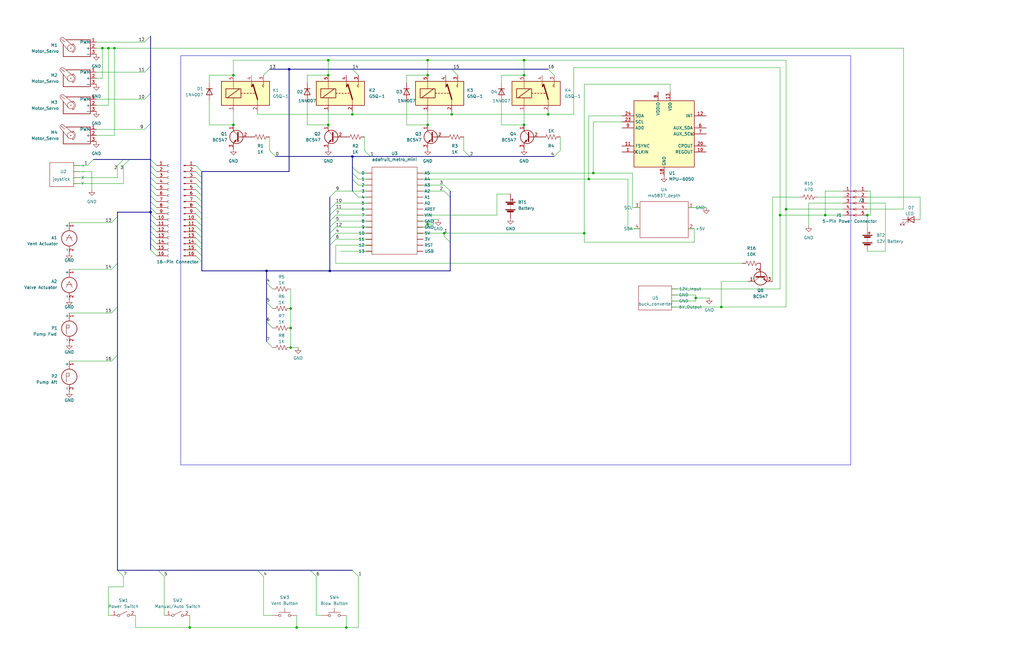
<source format=kicad_sch>
(kicad_sch (version 20230121) (generator eeschema)
  (paper "B")
  (title_block (title "Umptysquatch X Electronics") (date "12/15/2022") (rev "1") (company "Sussex Tech Engineering"))
  (lib_symbols
    (symbol "Connector:Conn_01x05_Female" (pin_names (offset 1.016) hide)
      (property "Reference" "J" (at 0 7.62 0))
      (property "Value" "Conn_01x05_Female" (at 0 -7.62 0))
      (symbol "Conn_01x05_Female_1_1"
        (pin passive line (at -5.08 5.08 0) (length 3.81) (name "Pin_1") (number "1"))
        (pin passive line (at -5.08 2.54 0) (length 3.81) (name "Pin_2") (number "2"))
        (pin passive line (at -5.08 0 0) (length 3.81) (name "Pin_3") (number "3"))
        (pin passive line (at -5.08 -2.54 0) (length 3.81) (name "Pin_4") (number "4"))
        (pin passive line (at -5.08 -5.08 0) (length 3.81) (name "Pin_5") (number "5"))
      )
    )
    (symbol "Connector:Conn_01x05_Male" (pin_names (offset 1.016) hide)
      (property "Reference" "J" (at 0 7.62 0))
      (property "Value" "Conn_01x05_Male" (at 0 -7.62 0))
      (symbol "Conn_01x05_Male_1_1"
        (pin passive line (at 5.08 5.08 180) (length 3.81) (name "Pin_1") (number "1"))
        (pin passive line (at 5.08 2.54 180) (length 3.81) (name "Pin_2") (number "2"))
        (pin passive line (at 5.08 0 180) (length 3.81) (name "Pin_3") (number "3"))
        (pin passive line (at 5.08 -2.54 180) (length 3.81) (name "Pin_4") (number "4"))
        (pin passive line (at 5.08 -5.08 180) (length 3.81) (name "Pin_5") (number "5"))
      )
    )
    (symbol "Connector:Conn_01x16_Female" (pin_names (offset 1.016) hide)
      (property "Reference" "J" (at 0 20.32 0))
      (property "Value" "Conn_01x16_Female" (at 0 -22.86 0))
      (symbol "Conn_01x16_Female_1_1"
        (pin passive line (at -5.08 17.78 0) (length 3.81) (name "Pin_1") (number "1"))
        (pin passive line (at -5.08 -5.08 0) (length 3.81) (name "Pin_10") (number "10"))
        (pin passive line (at -5.08 -7.62 0) (length 3.81) (name "Pin_11") (number "11"))
        (pin passive line (at -5.08 -10.16 0) (length 3.81) (name "Pin_12") (number "12"))
        (pin passive line (at -5.08 -12.7 0) (length 3.81) (name "Pin_13") (number "13"))
        (pin passive line (at -5.08 -15.24 0) (length 3.81) (name "Pin_14") (number "14"))
        (pin passive line (at -5.08 -17.78 0) (length 3.81) (name "Pin_15") (number "15"))
        (pin passive line (at -5.08 -20.32 0) (length 3.81) (name "Pin_16") (number "16"))
        (pin passive line (at -5.08 15.24 0) (length 3.81) (name "Pin_2") (number "2"))
        (pin passive line (at -5.08 12.7 0) (length 3.81) (name "Pin_3") (number "3"))
        (pin passive line (at -5.08 10.16 0) (length 3.81) (name "Pin_4") (number "4"))
        (pin passive line (at -5.08 7.62 0) (length 3.81) (name "Pin_5") (number "5"))
        (pin passive line (at -5.08 5.08 0) (length 3.81) (name "Pin_6") (number "6"))
        (pin passive line (at -5.08 2.54 0) (length 3.81) (name "Pin_7") (number "7"))
        (pin passive line (at -5.08 0 0) (length 3.81) (name "Pin_8") (number "8"))
        (pin passive line (at -5.08 -2.54 0) (length 3.81) (name "Pin_9") (number "9"))
      )
    )
    (symbol "Connector:Conn_01x16_Male" (pin_names (offset 1.016) hide)
      (property "Reference" "J" (at 0 20.32 0))
      (property "Value" "Conn_01x16_Male" (at 0 -22.86 0))
      (symbol "Conn_01x16_Male_1_1"
        (pin passive line (at 5.08 17.78 180) (length 3.81) (name "Pin_1") (number "1"))
        (pin passive line (at 5.08 -5.08 180) (length 3.81) (name "Pin_10") (number "10"))
        (pin passive line (at 5.08 -7.62 180) (length 3.81) (name "Pin_11") (number "11"))
        (pin passive line (at 5.08 -10.16 180) (length 3.81) (name "Pin_12") (number "12"))
        (pin passive line (at 5.08 -12.7 180) (length 3.81) (name "Pin_13") (number "13"))
        (pin passive line (at 5.08 -15.24 180) (length 3.81) (name "Pin_14") (number "14"))
        (pin passive line (at 5.08 -17.78 180) (length 3.81) (name "Pin_15") (number "15"))
        (pin passive line (at 5.08 -20.32 180) (length 3.81) (name "Pin_16") (number "16"))
        (pin passive line (at 5.08 15.24 180) (length 3.81) (name "Pin_2") (number "2"))
        (pin passive line (at 5.08 12.7 180) (length 3.81) (name "Pin_3") (number "3"))
        (pin passive line (at 5.08 10.16 180) (length 3.81) (name "Pin_4") (number "4"))
        (pin passive line (at 5.08 7.62 180) (length 3.81) (name "Pin_5") (number "5"))
        (pin passive line (at 5.08 5.08 180) (length 3.81) (name "Pin_6") (number "6"))
        (pin passive line (at 5.08 2.54 180) (length 3.81) (name "Pin_7") (number "7"))
        (pin passive line (at 5.08 0 180) (length 3.81) (name "Pin_8") (number "8"))
        (pin passive line (at 5.08 -2.54 180) (length 3.81) (name "Pin_9") (number "9"))
      )
    )
    (symbol "Device:Battery" (pin_numbers hide) (pin_names (offset 0) hide)
      (property "Reference" "BT" (at 2.54 2.54 0))
      (property "Value" "Battery" (at 2.54 0 0))
      (symbol "Battery_1_1"
        (pin passive line (at 0 5.08 270) (length 2.54) (name "+") (number "1"))
        (pin passive line (at 0 -5.08 90) (length 2.54) (name "-") (number "2"))
      )
    )
    (symbol "Device:D" (pin_numbers hide) (pin_names (offset 1.016) hide)
      (property "Reference" "D" (at 0 2.54 0))
      (property "Value" "D" (at 0 -2.54 0))
      (symbol "D_1_1"
        (pin passive line (at -3.81 0 0) (length 2.54) (name "K") (number "1"))
        (pin passive line (at 3.81 0 180) (length 2.54) (name "A") (number "2"))
      )
    )
    (symbol "Device:LED" (pin_numbers hide) (pin_names (offset 1.016) hide)
      (property "Reference" "D" (at 0 2.54 0))
      (property "Value" "LED" (at 0 -2.54 0))
      (symbol "LED_1_1"
        (pin passive line (at -3.81 0 0) (length 2.54) (name "K") (number "1"))
        (pin passive line (at 3.81 0 180) (length 2.54) (name "A") (number "2"))
      )
    )
    (symbol "Device:R_US" (pin_numbers hide) (pin_names (offset 0))
      (property "Reference" "R" (at 2.54 0 90))
      (property "Value" "R_US" (at -2.54 0 90))
      (symbol "R_US_1_1"
        (pin passive line (at 0 3.81 270) (length 1.27) (name "~") (number "1"))
        (pin passive line (at 0 -3.81 90) (length 1.27) (name "~") (number "2"))
      )
    )
    (symbol "Motor:Motor_DC" (pin_names (offset 0))
      (property "Reference" "A2" (at 5.08 -1.2699 0))
      (property "Value" "Pump Aft" (at 5.08 -3.8099 0))
      (symbol "Motor_DC_1_1"
        (pin passive line (at 0 5.08 270) (length 2.54) (name "+") (number "1"))
        (pin passive line (at 0 -7.62 90) (length 2.54) (name "-") (number "2"))
      )
    )
    (symbol "Motor:Motor_Servo" (pin_names (offset 0.0254))
      (property "Reference" "M" (at -5.08 4.445 0))
      (property "Value" "Motor_Servo" (at -5.08 -4.064 0))
      (symbol "Motor_Servo_1_1"
        (pin passive line (at -7.62 2.54 0) (length 2.54) (name "PWM") (number "1"))
        (pin passive line (at -7.62 0 0) (length 2.54) (name "+") (number "2"))
        (pin passive line (at -7.62 -2.54 0) (length 2.54) (name "-") (number "3"))
      )
    )
    (symbol "Motor_DC_1" (pin_names (offset 0))
      (property "Reference" "A1" (at 5.08 -1.2699 0))
      (property "Value" "Motor_DC_1" (at 5.08 -3.8099 0))
      (symbol "Motor_DC_1_1_1"
        (pin passive line (at 0 5.08 270) (length 2.54) (name "+") (number "1"))
        (pin passive line (at 0 -7.62 90) (length 2.54) (name "-") (number "2"))
      )
    )
    (symbol "Motor_DC_2" (pin_names (offset 0))
      (property "Reference" "M?" (at 5.08 -1.2699 0))
      (property "Value" "Motor_DC" (at 5.08 -3.8099 0))
      (symbol "Motor_DC_2_1_1"
        (pin passive line (at 0 5.08 270) (length 2.54) (name "+") (number "1"))
        (pin passive line (at 0 -7.62 90) (length 2.54) (name "-") (number "2"))
      )
    )
    (symbol "Motor_DC_3" (pin_names (offset 0))
      (property "Reference" "M?" (at 5.08 -1.2699 0))
      (property "Value" "Motor_DC" (at 5.08 -3.8099 0))
      (symbol "Motor_DC_3_1_1"
        (pin passive line (at 0 5.08 270) (length 2.54) (name "+") (number "1"))
        (pin passive line (at 0 -7.62 90) (length 2.54) (name "-") (number "2"))
      )
    )
    (symbol "Relay:G5Q-1"
      (property "Reference" "K" (at 11.43 3.81 0))
      (property "Value" "G5Q-1" (at 11.43 1.27 0))
      (symbol "G5Q-1_1_1"
        (pin passive line (at -5.08 -7.62 90) (length 2.54) (name "~") (number "1"))
        (pin passive line (at 5.08 -7.62 90) (length 2.54) (name "~") (number "2"))
        (pin passive line (at 7.62 7.62 270) (length 2.54) (name "~") (number "3"))
        (pin passive line (at 2.54 7.62 270) (length 2.54) (name "~") (number "4"))
        (pin passive line (at -5.08 7.62 270) (length 2.54) (name "~") (number "5"))
      )
    )
    (symbol "Sensor_Motion:MPU-6050"
      (property "Reference" "U" (at -11.43 13.97 0))
      (property "Value" "MPU-6050" (at 7.62 -15.24 0))
      (symbol "MPU-6050_0_0"
        (text "" (at 12.7 -2.54 0) (effects (font (size 1.27 1.27))))
      )
      (symbol "MPU-6050_1_1"
        (pin input clock (at -17.78 -7.62 0) (length 5.08) (name "CLKIN") (number "1"))
        (pin passive line (at 17.78 -7.62 180) (length 5.08) (name "REGOUT") (number "10"))
        (pin input line (at -17.78 -5.08 0) (length 5.08) (name "FSYNC") (number "11"))
        (pin output line (at 17.78 7.62 180) (length 5.08) (name "INT") (number "12"))
        (pin power_in line (at 2.54 17.78 270) (length 3.81) (name "VDD") (number "13"))
        (pin no_connect line (at -12.7 -10.16 0) (length 2.54) hide (name "NC") (number "14"))
        (pin no_connect line (at 12.7 12.7 180) (length 2.54) hide (name "NC") (number "15"))
        (pin no_connect line (at 12.7 10.16 180) (length 2.54) hide (name "NC") (number "16"))
        (pin no_connect line (at 12.7 5.08 180) (length 2.54) hide (name "NC") (number "17"))
        (pin power_in line (at 0 -17.78 90) (length 3.81) (name "GND") (number "18"))
        (pin no_connect line (at 12.7 -10.16 180) (length 2.54) hide (name "NC") (number "19"))
        (pin no_connect line (at -12.7 12.7 0) (length 2.54) hide (name "NC") (number "2"))
        (pin passive line (at 17.78 -5.08 180) (length 5.08) (name "CPOUT") (number "20"))
        (pin no_connect line (at 12.7 -2.54 180) (length 2.54) hide (name "NC") (number "21"))
        (pin no_connect line (at 12.7 -12.7 180) (length 2.54) hide (name "NC") (number "22"))
        (pin input line (at -17.78 5.08 0) (length 5.08) (name "SCL") (number "23"))
        (pin bidirectional line (at -17.78 7.62 0) (length 5.08) (name "SDA") (number "24"))
        (pin no_connect line (at -12.7 10.16 0) (length 2.54) hide (name "NC") (number "3"))
        (pin no_connect line (at -12.7 0 0) (length 2.54) hide (name "NC") (number "4"))
        (pin no_connect line (at -12.7 -2.54 0) (length 2.54) hide (name "NC") (number "5"))
        (pin bidirectional line (at 17.78 2.54 180) (length 5.08) (name "AUX_SDA") (number "6"))
        (pin output clock (at 17.78 0 180) (length 5.08) (name "AUX_SCL") (number "7"))
        (pin power_in line (at -2.54 17.78 270) (length 3.81) (name "VDDIO") (number "8"))
        (pin input line (at -17.78 2.54 0) (length 5.08) (name "AD0") (number "9"))
      )
    )
    (symbol "Switch:SW_Push" (pin_numbers hide) (pin_names (offset 1.016) hide)
      (property "Reference" "SW" (at 1.27 2.54 0))
      (property "Value" "SW_Push" (at 0 -1.524 0))
      (symbol "SW_Push_0_1"
        (pin passive line (at -5.08 0 0) (length 2.54) (name "1") (number "1"))
        (pin passive line (at 5.08 0 180) (length 2.54) (name "2") (number "2"))
      )
    )
    (symbol "Switch:SW_SPST" (pin_names (offset 0) hide)
      (property "Reference" "SW" (at 0 3.175 0))
      (property "Value" "SW_SPST" (at 0 -2.54 0))
      (symbol "SW_SPST_1_1"
        (pin passive line (at -5.08 0 0) (length 2.54) (name "A") (number "1"))
        (pin passive line (at 5.08 0 180) (length 2.54) (name "B") (number "2"))
      )
    )
    (symbol "Transistor_BJT:BC547" (pin_names (offset 0) hide)
      (property "Reference" "Q" (at 5.08 1.905 0))
      (property "Value" "BC547" (at 5.08 0 0))
      (symbol "BC547_1_1"
        (pin passive line (at 2.54 5.08 270) (length 2.54) (name "C") (number "1"))
        (pin input line (at -5.08 0 0) (length 5.08) (name "B") (number "2"))
        (pin passive line (at 2.54 -5.08 90) (length 2.54) (name "E") (number "3"))
      )
    )
    (symbol "custom_parts:adafruit_metro_mini" (pin_numbers hide)
      (property "Reference" "U" (at 0 0 0))
      (property "Value" "adafruit_metro_mini" (at -2.54 -25.4 0))
      (symbol "adafruit_metro_mini_1_1"
        (pin bidirectional line (at -12.7 12.7 180) (length 2.54) (name "0") (number "1"))
        (pin bidirectional line (at -12.7 -10.16 180) (length 2.54) (name "9") (number "10"))
        (pin bidirectional line (at -12.7 -12.7 180) (length 2.54) (name "10") (number "11"))
        (pin bidirectional line (at -12.7 -15.24 180) (length 2.54) (name "11") (number "12"))
        (pin bidirectional line (at -12.7 -17.78 180) (length 2.54) (name "12") (number "13"))
        (pin bidirectional line (at -12.7 -20.32 180) (length 2.54) (name "13") (number "14"))
        (pin bidirectional line (at 6.35 -20.32 0) (length 2.54) (name "USB") (number "15"))
        (pin bidirectional line (at 6.35 -17.78 0) (length 2.54) (name "RST") (number "16"))
        (pin output line (at 6.35 -15.24 0) (length 2.54) (name "3V") (number "17"))
        (pin output line (at 6.35 -12.7 0) (length 2.54) (name "5V") (number "18"))
        (pin bidirectional line (at 6.35 -10.16 0) (length 2.54) (name "GND") (number "19"))
        (pin bidirectional line (at -12.7 10.16 180) (length 2.54) (name "1") (number "2"))
        (pin bidirectional line (at 6.35 -7.62 0) (length 2.54) (name "GND") (number "20"))
        (pin bidirectional line (at 6.35 -5.08 0) (length 2.54) (name "VIN") (number "21"))
        (pin output line (at 6.35 -2.54 0) (length 2.54) (name "AREF") (number "22"))
        (pin bidirectional line (at 6.35 0 0) (length 2.54) (name "A0") (number "23"))
        (pin bidirectional line (at 6.35 2.54 0) (length 2.54) (name "A1") (number "24"))
        (pin bidirectional line (at 6.35 5.08 0) (length 2.54) (name "A2") (number "25"))
        (pin bidirectional line (at 6.35 7.62 0) (length 2.54) (name "A3") (number "26"))
        (pin bidirectional line (at 6.35 10.16 0) (length 2.54) (name "A4") (number "27"))
        (pin bidirectional line (at 6.35 12.7 0) (length 2.54) (name "A5") (number "28"))
        (pin bidirectional line (at -12.7 7.62 180) (length 2.54) (name "2") (number "3"))
        (pin bidirectional line (at -12.7 5.08 180) (length 2.54) (name "3") (number "4"))
        (pin bidirectional line (at -12.7 2.54 180) (length 2.54) (name "4") (number "5"))
        (pin bidirectional line (at -12.7 0 180) (length 2.54) (name "5") (number "6"))
        (pin bidirectional line (at -12.7 -2.54 180) (length 2.54) (name "6") (number "7"))
        (pin bidirectional line (at -12.7 -5.08 180) (length 2.54) (name "7") (number "8"))
        (pin bidirectional line (at -12.7 -7.62 180) (length 2.54) (name "8") (number "9"))
      )
    )
    (symbol "custom_parts:buck_converter"
      (property "Reference" "U" (at 0 0 0))
      (property "Value" "buck_converter" (at 0 0 0))
      (symbol "buck_converter_1_1"
        (pin input line (at -6.35 3.81 180) (length 2.54) (name "12V_Input") (number ""))
        (pin output line (at -6.35 -3.81 180) (length 2.54) (name "6V_Output") (number ""))
        (pin bidirectional line (at -6.35 -1.27 180) (length 2.54) (name "GND") (number ""))
        (pin bidirectional line (at -6.35 1.27 180) (length 2.54) (name "GND") (number ""))
      )
    )
    (symbol "custom_parts:joystick"
      (property "Reference" "U" (at 0 0 0))
      (property "Value" "joystick" (at 0 -1.27 0))
      (symbol "joystick_1_1"
        (pin input line (at 5.08 2.54 0) (length 2.54) (name "+") (number ""))
        (pin input line (at 5.08 0 0) (length 2.54) (name "-") (number ""))
        (pin input line (at 5.08 -2.54 0) (length 2.54) (name "X") (number ""))
        (pin input line (at 5.08 -5.08 0) (length 2.54) (name "Y") (number ""))
      )
    )
    (symbol "custom_parts:ms5837_depth"
      (property "Reference" "U" (at 0 2.54 0))
      (property "Value" "ms5837_depth" (at 0 0 0))
      (symbol "ms5837_depth_1_1"
        (pin input line (at -8.89 5.08 180) (length 2.54) (name "GND") (number "1"))
        (pin input line (at -8.89 -3.81 180) (length 2.54) (name "+5V") (number "2"))
        (pin input line (at 11.43 5.08 0) (length 2.54) (name "SCL") (number "3"))
        (pin input line (at 11.43 -3.81 0) (length 2.54) (name "SDA") (number "4"))
      )
    )
    (symbol "power:GND" (power) (pin_names (offset 0))
      (property "Value" "GND" (at 0 -3.81 0))
      (symbol "GND_1_1"
        (pin power_in line (at 0 0 270) (length 0) hide (name "GND") (number "1"))
      )
    )
  )
  (junction (at 138.43 25.4))
  (junction (at 331.47 88.265))
  (junction (at 112.395 114.3))
  (junction (at 231.14 48.26))
  (junction (at 220.98 52.705))
  (junction (at 122.555 138.43))
  (junction (at 148.59 66.04))
  (junction (at 98.425 31.75))
  (junction (at 125.095 264.795))
  (junction (at 220.98 25.4))
  (junction (at 146.05 264.795))
  (junction (at 80.01 264.795))
  (junction (at 347.98 90.805))
  (junction (at 139.065 114.3))
  (junction (at 63.5 89.535))
  (junction (at 138.43 31.75))
  (junction (at 45.72 20.32))
  (junction (at 220.98 31.75))
  (junction (at 180.34 94.615))
  (junction (at 48.26 20.32))
  (junction (at 304.165 129.54))
  (junction (at 180.34 52.705))
  (junction (at 43.18 20.32))
  (junction (at 121.92 29.21))
  (junction (at 248.285 75.565))
  (junction (at 180.34 25.4))
  (junction (at 190.5 48.26))
  (junction (at 122.555 130.175))
  (junction (at 148.59 48.26))
  (junction (at 98.425 52.705))
  (junction (at 246.38 98.425))
  (junction (at 187.325 98.425))
  (junction (at 365.76 90.805))
  (junction (at 122.555 146.685))
  (junction (at 138.43 52.705))
  (junction (at 328.93 90.805))
  (junction (at 293.37 125.73))
  (junction (at 180.34 31.75))
  (junction (at 250.19 73.025))
  (bus_entry (at 148.59 240.665) (size 2.54 2.54))
  (bus_entry (at 82.55 69.85) (size 2.54 2.54))
  (bus_entry (at 195.58 63.5) (size 2.54 2.54))
  (bus_entry (at 82.55 100.33) (size 2.54 2.54))
  (bus_entry (at 236.22 63.5) (size -2.54 2.54))
  (bus_entry (at 139.065 100.965) (size 2.54 -2.54))
  (bus_entry (at 113.665 29.21) (size -2.54 2.54))
  (bus_entry (at 63.5 100.33) (size 2.54 2.54))
  (bus_entry (at 82.55 95.25) (size 2.54 2.54))
  (bus_entry (at 82.55 92.71) (size 2.54 2.54))
  (bus_entry (at 82.55 97.79) (size 2.54 2.54))
  (bus_entry (at 49.53 129.54) (size -2.54 2.54))
  (bus_entry (at 63.5 85.09) (size 2.54 2.54))
  (bus_entry (at 63.5 105.41) (size 2.54 2.54))
  (bus_entry (at 82.55 105.41) (size 2.54 2.54))
  (bus_entry (at 63.5 67.31) (size 2.54 2.54))
  (bus_entry (at 63.5 80.01) (size 2.54 2.54))
  (bus_entry (at 82.55 80.01) (size 2.54 2.54))
  (bus_entry (at 63.5 72.39) (size 2.54 2.54))
  (bus_entry (at 63.5 74.93) (size 2.54 2.54))
  (bus_entry (at 139.065 93.345) (size 2.54 -2.54))
  (bus_entry (at 139.065 88.265) (size 2.54 -2.54))
  (bus_entry (at 130.81 240.665) (size 2.54 2.54))
  (bus_entry (at 49.53 91.44) (size -2.54 2.54))
  (bus_entry (at 63.5 27.94) (size -2.54 2.54))
  (bus_entry (at 112.395 127.635) (size 2.54 2.54))
  (bus_entry (at 63.5 77.47) (size 2.54 2.54))
  (bus_entry (at 63.5 95.25) (size 2.54 2.54))
  (bus_entry (at 82.55 82.55) (size 2.54 2.54))
  (bus_entry (at 148.59 29.21) (size 2.54 2.54))
  (bus_entry (at 52.07 67.31) (size -2.54 2.54))
  (bus_entry (at 82.55 102.87) (size 2.54 2.54))
  (bus_entry (at 82.55 85.09) (size 2.54 2.54))
  (bus_entry (at 139.065 98.425) (size 2.54 -2.54))
  (bus_entry (at 187.325 80.645) (size 2.54 2.54))
  (bus_entry (at 63.5 92.71) (size 2.54 2.54))
  (bus_entry (at 148.59 75.565) (size 2.54 2.54))
  (bus_entry (at 108.585 240.665) (size 2.54 2.54))
  (bus_entry (at 112.395 144.145) (size 2.54 2.54))
  (bus_entry (at 82.55 72.39) (size 2.54 2.54))
  (bus_entry (at 153.67 63.5) (size 2.54 2.54))
  (bus_entry (at 187.325 78.105) (size 2.54 2.54))
  (bus_entry (at 49.53 240.665) (size 2.54 2.54))
  (bus_entry (at 187.325 99.695) (size 2.54 2.54))
  (bus_entry (at 63.5 39.37) (size -2.54 2.54))
  (bus_entry (at 82.55 107.95) (size 2.54 2.54))
  (bus_entry (at 112.395 119.38) (size 2.54 2.54))
  (bus_entry (at 113.665 63.5) (size 2.54 2.54))
  (bus_entry (at 63.5 97.79) (size 2.54 2.54))
  (bus_entry (at 39.37 67.31) (size -2.54 2.54))
  (bus_entry (at 139.065 95.885) (size 2.54 -2.54))
  (bus_entry (at 63.5 90.17) (size 2.54 2.54))
  (bus_entry (at 82.55 90.17) (size 2.54 2.54))
  (bus_entry (at 49.53 149.86) (size -2.54 2.54))
  (bus_entry (at 112.395 135.89) (size 2.54 2.54))
  (bus_entry (at 63.5 102.87) (size 2.54 2.54))
  (bus_entry (at 82.55 87.63) (size 2.54 2.54))
  (bus_entry (at 82.55 77.47) (size 2.54 2.54))
  (bus_entry (at 63.5 87.63) (size 2.54 2.54))
  (bus_entry (at 139.065 90.805) (size 2.54 -2.54))
  (bus_entry (at 66.675 240.665) (size 2.54 2.54))
  (bus_entry (at 63.5 15.24) (size -2.54 2.54))
  (bus_entry (at 63.5 52.07) (size -2.54 2.54))
  (bus_entry (at 63.5 69.85) (size 2.54 2.54))
  (bus_entry (at 82.55 74.93) (size 2.54 2.54))
  (bus_entry (at 148.59 73.025) (size 2.54 2.54))
  (bus_entry (at 231.14 29.21) (size 2.54 2.54))
  (bus_entry (at 63.5 82.55) (size 2.54 2.54))
  (bus_entry (at 139.065 83.185) (size 2.54 -2.54))
  (bus_entry (at 139.065 103.505) (size 2.54 -2.54))
  (bus_entry (at 54.61 67.31) (size -2.54 2.54))
  (bus_entry (at 49.53 111.125) (size -2.54 2.54))
  (bus_entry (at 148.59 70.485) (size 2.54 2.54))
  (bus_entry (at 148.59 80.645) (size 2.54 2.54))
  (bus_entry (at 190.5 29.21) (size 2.54 2.54))
  (bus (pts (xy 148.59 70.485) (xy 148.59 73.025)))
  (wire (pts (xy 355.6 85.725) (xy 340.995 85.725)))
  (wire (pts (xy 122.555 146.685) (xy 125.73 146.685)))
  (wire (pts (xy 373.38 106.045) (xy 373.38 85.725)))
  (wire (pts (xy 220.98 31.75) (xy 211.455 31.75)))
  (wire (pts (xy 156.845 106.045) (xy 143.51 106.045)))
  (wire (pts (xy 290.195 87.63) (xy 297.815 87.63)))
  (bus (pts (xy 63.5 92.71) (xy 63.5 90.17)))
  (bus (pts (xy 63.5 52.07) (xy 63.5 67.31)))
  (wire (pts (xy 175.895 78.105) (xy 187.325 78.105)))
  (wire (pts (xy 40.64 20.32) (xy 43.18 20.32)))
  (wire (pts (xy 146.05 264.795) (xy 146.05 259.715)))
  (wire (pts (xy 248.285 75.565) (xy 248.285 48.895)))
  (wire (pts (xy 52.07 69.85) (xy 52.07 77.47)))
  (bus (pts (xy 139.065 114.3) (xy 189.865 114.3)))
  (wire (pts (xy 355.6 80.645) (xy 347.98 80.645)))
  (bus (pts (xy 63.5 90.17) (xy 63.5 89.535)))
  (bus (pts (xy 85.09 105.41) (xy 85.09 107.95)))
  (wire (pts (xy 175.895 80.645) (xy 187.325 80.645)))
  (wire (pts (xy 129.54 31.75) (xy 129.54 34.925)))
  (bus (pts (xy 85.09 107.95) (xy 85.09 110.49)))
  (bus (pts (xy 139.065 103.505) (xy 139.065 114.3)))
  (bus (pts (xy 63.5 85.09) (xy 63.5 82.55)))
  (wire (pts (xy 190.5 48.26) (xy 190.5 46.99)))
  (wire (pts (xy 175.895 75.565) (xy 248.285 75.565)))
  (wire (pts (xy 220.98 25.4) (xy 220.98 31.75)))
  (wire (pts (xy 266.7 87.63) (xy 269.875 87.63)))
  (wire (pts (xy 98.425 31.75) (xy 88.265 31.75)))
  (wire (pts (xy 347.98 80.645) (xy 347.98 90.805)))
  (wire (pts (xy 40.64 41.91) (xy 60.96 41.91)))
  (wire (pts (xy 175.895 73.025) (xy 250.19 73.025)))
  (bus (pts (xy 66.675 240.665) (xy 108.585 240.665)))
  (bus (pts (xy 148.59 73.025) (xy 148.59 75.565)))
  (bus (pts (xy 85.09 110.49) (xy 85.09 114.3)))
  (wire (pts (xy 180.34 94.615) (xy 182.88 94.615)))
  (wire (pts (xy 209.55 81.915) (xy 215.265 81.915)))
  (bus (pts (xy 85.09 72.39) (xy 85.09 74.93)))
  (wire (pts (xy 315.595 118.745) (xy 304.165 118.745)))
  (bus (pts (xy 85.09 82.55) (xy 85.09 85.09)))
  (wire (pts (xy 133.35 259.715) (xy 135.89 259.715)))
  (bus (pts (xy 85.09 87.63) (xy 85.09 90.17)))
  (wire (pts (xy 209.55 90.805) (xy 209.55 81.915)))
  (bus (pts (xy 63.5 89.535) (xy 49.53 89.535)))
  (wire (pts (xy 141.605 95.885) (xy 156.845 95.885)))
  (bus (pts (xy 189.865 102.235) (xy 189.865 114.3)))
  (bus (pts (xy 39.37 67.31) (xy 52.07 67.31)))
  (wire (pts (xy 88.265 42.545) (xy 88.265 52.705)))
  (bus (pts (xy 85.09 90.17) (xy 85.09 92.71)))
  (bus (pts (xy 63.5 39.37) (xy 63.5 52.07)))
  (wire (pts (xy 40.64 33.02) (xy 43.18 33.02)))
  (bus (pts (xy 49.53 89.535) (xy 49.53 91.44)))
  (bus (pts (xy 85.09 74.93) (xy 85.09 77.47)))
  (bus (pts (xy 85.09 80.01) (xy 85.09 82.55)))
  (bus (pts (xy 49.53 240.665) (xy 66.675 240.665)))
  (bus (pts (xy 49.53 129.54) (xy 49.53 149.86)))
  (wire (pts (xy 88.265 31.75) (xy 88.265 34.925)))
  (wire (pts (xy 282.575 35.56) (xy 282.575 38.735)))
  (wire (pts (xy 122.555 130.175) (xy 122.555 138.43)))
  (wire (pts (xy 69.215 259.715) (xy 69.85 259.715)))
  (wire (pts (xy 355.6 90.805) (xy 347.98 90.805)))
  (bus (pts (xy 139.065 93.345) (xy 139.065 95.885)))
  (wire (pts (xy 48.26 57.15) (xy 48.26 20.32)))
  (wire (pts (xy 98.425 52.705) (xy 98.425 46.99)))
  (wire (pts (xy 148.59 48.26) (xy 148.59 46.99)))
  (wire (pts (xy 141.605 80.645) (xy 148.59 80.645)))
  (wire (pts (xy 187.325 98.425) (xy 187.325 99.695)))
  (wire (pts (xy 111.125 243.205) (xy 111.125 259.715)))
  (polyline (pts (xy 358.775 23.495) (xy 76.2 23.495)))
  (bus (pts (xy 85.09 92.71) (xy 85.09 95.25)))
  (wire (pts (xy 180.34 52.705) (xy 180.34 46.99)))
  (wire (pts (xy 57.15 264.795) (xy 80.01 264.795)))
  (wire (pts (xy 141.605 103.505) (xy 141.605 111.125)))
  (bus (pts (xy 108.585 240.665) (xy 130.81 240.665)))
  (wire (pts (xy 129.54 42.545) (xy 129.54 52.705)))
  (wire (pts (xy 236.22 57.785) (xy 236.22 63.5)))
  (wire (pts (xy 195.58 57.785) (xy 195.58 63.5)))
  (wire (pts (xy 43.18 20.32) (xy 45.72 20.32)))
  (bus (pts (xy 139.065 90.805) (xy 139.065 93.345)))
  (wire (pts (xy 220.98 52.705) (xy 220.98 46.99)))
  (bus (pts (xy 63.5 67.31) (xy 63.5 69.85)))
  (wire (pts (xy 31.115 72.39) (xy 38.735 72.39)))
  (wire (pts (xy 325.755 118.745) (xy 325.755 83.185)))
  (wire (pts (xy 180.34 95.885) (xy 175.895 95.885)))
  (wire (pts (xy 231.14 48.26) (xy 241.935 48.26)))
  (bus (pts (xy 112.395 127.635) (xy 112.395 135.89)))
  (wire (pts (xy 211.455 42.545) (xy 211.455 52.705)))
  (wire (pts (xy 148.59 80.645) (xy 156.845 80.645)))
  (wire (pts (xy 52.07 247.65) (xy 45.72 247.65)))
  (wire (pts (xy 29.21 132.08) (xy 46.99 132.08)))
  (wire (pts (xy 365.76 88.265) (xy 381 88.265)))
  (wire (pts (xy 365.76 90.805) (xy 367.03 90.805)))
  (wire (pts (xy 246.38 35.56) (xy 282.575 35.56)))
  (bus (pts (xy 148.59 66.04) (xy 156.21 66.04)))
  (wire (pts (xy 231.14 48.26) (xy 231.14 46.99)))
  (wire (pts (xy 328.93 90.805) (xy 328.93 121.92)))
  (wire (pts (xy 141.605 88.265) (xy 156.845 88.265)))
  (wire (pts (xy 111.125 259.715) (xy 114.935 259.715)))
  (wire (pts (xy 292.735 96.52) (xy 292.735 102.235)))
  (wire (pts (xy 40.64 54.61) (xy 60.96 54.61)))
  (wire (pts (xy 187.325 98.425) (xy 246.38 98.425)))
  (bus (pts (xy 52.07 67.31) (xy 54.61 67.31)))
  (wire (pts (xy 40.64 17.78) (xy 60.96 17.78)))
  (wire (pts (xy 266.7 73.025) (xy 266.7 87.63)))
  (wire (pts (xy 246.38 102.235) (xy 246.38 98.425)))
  (wire (pts (xy 290.195 96.52) (xy 292.735 96.52)))
  (wire (pts (xy 211.455 52.705) (xy 220.98 52.705)))
  (wire (pts (xy 57.15 264.795) (xy 57.15 259.715)))
  (wire (pts (xy 141.605 103.505) (xy 156.845 103.505)))
  (wire (pts (xy 151.13 73.025) (xy 156.845 73.025)))
  (wire (pts (xy 283.21 121.92) (xy 328.93 121.92)))
  (wire (pts (xy 29.21 113.665) (xy 46.99 113.665)))
  (bus (pts (xy 63.5 77.47) (xy 63.5 74.93)))
  (wire (pts (xy 250.19 51.435) (xy 262.255 51.435)))
  (wire (pts (xy 122.555 121.92) (xy 122.555 130.175)))
  (bus (pts (xy 49.53 149.86) (xy 49.53 240.665)))
  (wire (pts (xy 49.53 69.85) (xy 49.53 74.93)))
  (wire (pts (xy 211.455 31.75) (xy 211.455 34.925)))
  (wire (pts (xy 331.47 25.4) (xy 331.47 88.265)))
  (wire (pts (xy 40.64 30.48) (xy 60.96 30.48)))
  (wire (pts (xy 325.755 83.185) (xy 337.185 83.185)))
  (wire (pts (xy 182.88 92.71) (xy 184.785 92.71)))
  (wire (pts (xy 293.37 124.46) (xy 293.37 125.73)))
  (bus (pts (xy 85.09 77.47) (xy 85.09 80.01)))
  (wire (pts (xy 98.425 25.4) (xy 138.43 25.4)))
  (wire (pts (xy 153.67 57.785) (xy 153.67 63.5)))
  (wire (pts (xy 292.735 102.235) (xy 246.38 102.235)))
  (bus (pts (xy 139.065 95.885) (xy 139.065 98.425)))
  (wire (pts (xy 125.095 264.795) (xy 125.095 259.715)))
  (wire (pts (xy 250.19 73.025) (xy 266.7 73.025)))
  (wire (pts (xy 304.165 118.745) (xy 304.165 129.54)))
  (wire (pts (xy 220.98 25.4) (xy 331.47 25.4)))
  (wire (pts (xy 328.93 28.575) (xy 328.93 90.805)))
  (wire (pts (xy 146.05 264.795) (xy 151.13 264.795)))
  (wire (pts (xy 129.54 52.705) (xy 138.43 52.705)))
  (wire (pts (xy 40.64 57.15) (xy 48.26 57.15)))
  (bus (pts (xy 63.5 89.535) (xy 63.5 87.63)))
  (wire (pts (xy 367.03 90.805) (xy 367.03 80.645)))
  (wire (pts (xy 29.21 93.98) (xy 46.99 93.98)))
  (wire (pts (xy 98.425 31.75) (xy 98.425 25.4)))
  (wire (pts (xy 45.72 44.45) (xy 45.72 20.32)))
  (bus (pts (xy 156.21 66.04) (xy 198.12 66.04)))
  (wire (pts (xy 151.13 243.205) (xy 151.13 264.795)))
  (wire (pts (xy 248.285 48.895) (xy 262.255 48.895)))
  (wire (pts (xy 151.13 75.565) (xy 156.845 75.565)))
  (wire (pts (xy 180.34 25.4) (xy 220.98 25.4)))
  (bus (pts (xy 139.065 100.965) (xy 139.065 103.505)))
  (wire (pts (xy 171.45 52.705) (xy 180.34 52.705)))
  (wire (pts (xy 171.45 31.75) (xy 180.34 31.75)))
  (wire (pts (xy 80.01 264.795) (xy 80.01 259.715)))
  (wire (pts (xy 180.34 25.4) (xy 180.34 31.75)))
  (wire (pts (xy 141.605 93.345) (xy 156.845 93.345)))
  (wire (pts (xy 29.21 152.4) (xy 46.99 152.4)))
  (wire (pts (xy 45.72 20.32) (xy 48.26 20.32)))
  (wire (pts (xy 344.805 83.185) (xy 355.6 83.185)))
  (wire (pts (xy 387.985 83.185) (xy 387.985 92.71)))
  (wire (pts (xy 367.03 80.645) (xy 365.76 80.645)))
  (bus (pts (xy 148.59 75.565) (xy 148.59 80.645)))
  (wire (pts (xy 113.665 57.785) (xy 113.665 63.5)))
  (bus (pts (xy 63.5 74.93) (xy 63.5 72.39)))
  (wire (pts (xy 138.43 25.4) (xy 180.34 25.4)))
  (wire (pts (xy 171.45 42.545) (xy 171.45 52.705)))
  (wire (pts (xy 175.895 98.425) (xy 187.325 98.425)))
  (bus (pts (xy 85.09 102.87) (xy 85.09 105.41)))
  (wire (pts (xy 148.59 48.26) (xy 190.5 48.26)))
  (bus (pts (xy 116.205 66.04) (xy 148.59 66.04)))
  (wire (pts (xy 141.605 111.125) (xy 313.055 111.125)))
  (bus (pts (xy 139.065 98.425) (xy 139.065 100.965)))
  (wire (pts (xy 108.585 46.99) (xy 108.585 48.26)))
  (wire (pts (xy 373.38 85.725) (xy 365.76 85.725)))
  (bus (pts (xy 63.5 15.24) (xy 63.5 27.94)))
  (bus (pts (xy 112.395 119.38) (xy 112.395 127.635)))
  (wire (pts (xy 331.47 88.265) (xy 331.47 129.54)))
  (wire (pts (xy 171.45 34.925) (xy 171.45 31.75)))
  (wire (pts (xy 250.19 73.025) (xy 250.19 51.435)))
  (wire (pts (xy 45.72 259.715) (xy 46.99 259.715)))
  (wire (pts (xy 31.115 77.47) (xy 52.07 77.47)))
  (wire (pts (xy 48.26 20.32) (xy 381 20.32)))
  (wire (pts (xy 133.35 243.205) (xy 133.35 259.715)))
  (bus (pts (xy 63.5 72.39) (xy 63.5 69.85)))
  (bus (pts (xy 148.59 66.04) (xy 148.59 70.485)))
  (wire (pts (xy 125.095 264.795) (xy 146.05 264.795)))
  (wire (pts (xy 38.735 72.39) (xy 38.735 80.01)))
  (wire (pts (xy 293.37 127) (xy 283.21 127)))
  (bus (pts (xy 139.065 88.265) (xy 139.065 90.805)))
  (wire (pts (xy 138.43 52.705) (xy 138.43 46.99)))
  (wire (pts (xy 180.34 93.345) (xy 180.34 94.615)))
  (wire (pts (xy 138.43 25.4) (xy 138.43 31.75)))
  (wire (pts (xy 241.935 48.26) (xy 241.935 28.575)))
  (wire (pts (xy 69.215 243.205) (xy 69.215 259.715)))
  (bus (pts (xy 189.865 83.185) (xy 189.865 102.235)))
  (bus (pts (xy 189.865 80.645) (xy 189.865 83.185)))
  (bus (pts (xy 63.5 105.41) (xy 63.5 102.87)))
  (wire (pts (xy 141.605 90.805) (xy 156.845 90.805)))
  (wire (pts (xy 175.895 93.345) (xy 180.34 93.345)))
  (bus (pts (xy 54.61 67.31) (xy 63.5 67.31)))
  (wire (pts (xy 151.13 83.185) (xy 156.845 83.185)))
  (bus (pts (xy 85.09 95.25) (xy 85.09 97.79)))
  (wire (pts (xy 151.13 78.105) (xy 156.845 78.105)))
  (bus (pts (xy 63.5 102.87) (xy 63.5 100.33)))
  (bus (pts (xy 113.665 29.21) (xy 121.92 29.21)))
  (bus (pts (xy 112.395 135.89) (xy 112.395 144.145)))
  (wire (pts (xy 45.72 247.65) (xy 45.72 259.715)))
  (wire (pts (xy 175.895 90.805) (xy 209.55 90.805)))
  (wire (pts (xy 182.88 94.615) (xy 182.88 92.71)))
  (bus (pts (xy 85.09 85.09) (xy 85.09 87.63)))
  (polyline (pts (xy 358.775 196.215) (xy 358.775 23.495)))
  (bus (pts (xy 139.065 83.185) (xy 139.065 88.265)))
  (wire (pts (xy 299.085 125.73) (xy 293.37 125.73)))
  (polyline (pts (xy 76.2 23.495) (xy 76.2 196.215)))
  (wire (pts (xy 80.01 264.795) (xy 125.095 264.795)))
  (bus (pts (xy 63.5 100.33) (xy 63.5 97.79)))
  (wire (pts (xy 141.605 100.965) (xy 156.845 100.965)))
  (wire (pts (xy 31.115 69.85) (xy 36.83 69.85)))
  (bus (pts (xy 85.09 72.39) (xy 121.92 72.39)))
  (bus (pts (xy 190.5 29.21) (xy 231.14 29.21)))
  (wire (pts (xy 246.38 98.425) (xy 246.38 35.56)))
  (wire (pts (xy 365.76 90.805) (xy 365.76 95.885)))
  (wire (pts (xy 264.795 75.565) (xy 264.795 96.52)))
  (wire (pts (xy 347.98 90.805) (xy 328.93 90.805)))
  (wire (pts (xy 365.76 106.045) (xy 373.38 106.045)))
  (bus (pts (xy 49.53 111.125) (xy 49.53 129.54)))
  (bus (pts (xy 130.81 240.665) (xy 148.59 240.665)))
  (wire (pts (xy 180.34 94.615) (xy 180.34 95.885)))
  (wire (pts (xy 304.165 129.54) (xy 331.47 129.54)))
  (wire (pts (xy 293.37 125.73) (xy 293.37 127)))
  (wire (pts (xy 248.285 75.565) (xy 264.795 75.565)))
  (wire (pts (xy 365.76 83.185) (xy 387.985 83.185)))
  (wire (pts (xy 108.585 48.26) (xy 148.59 48.26)))
  (wire (pts (xy 381 20.32) (xy 381 88.265)))
  (bus (pts (xy 63.5 80.01) (xy 63.5 77.47)))
  (wire (pts (xy 122.555 138.43) (xy 122.555 146.685)))
  (bus (pts (xy 85.09 97.79) (xy 85.09 100.33)))
  (wire (pts (xy 52.07 243.205) (xy 52.07 247.65)))
  (wire (pts (xy 40.64 44.45) (xy 45.72 44.45)))
  (bus (pts (xy 112.395 114.3) (xy 139.065 114.3)))
  (bus (pts (xy 112.395 114.3) (xy 112.395 119.38)))
  (bus (pts (xy 49.53 91.44) (xy 49.53 111.125)))
  (wire (pts (xy 141.605 85.725) (xy 156.845 85.725)))
  (wire (pts (xy 355.6 88.265) (xy 331.47 88.265)))
  (wire (pts (xy 43.18 33.02) (xy 43.18 20.32)))
  (polyline (pts (xy 76.2 196.215) (xy 358.775 196.215)))
  (bus (pts (xy 148.59 29.21) (xy 190.5 29.21)))
  (bus (pts (xy 121.92 29.21) (xy 121.92 72.39)))
  (wire (pts (xy 141.605 98.425) (xy 156.845 98.425)))
  (bus (pts (xy 85.09 114.3) (xy 112.395 114.3)))
  (bus (pts (xy 121.92 29.21) (xy 148.59 29.21)))
  (wire (pts (xy 264.795 96.52) (xy 269.875 96.52)))
  (wire (pts (xy 241.935 28.575) (xy 328.93 28.575)))
  (bus (pts (xy 198.12 66.04) (xy 233.68 66.04)))
  (bus (pts (xy 85.09 100.33) (xy 85.09 102.87)))
  (wire (pts (xy 31.115 74.93) (xy 49.53 74.93)))
  (wire (pts (xy 340.995 85.725) (xy 340.995 95.25)))
  (wire (pts (xy 283.21 124.46) (xy 293.37 124.46)))
  (bus (pts (xy 63.5 95.25) (xy 63.5 92.71)))
  (bus (pts (xy 63.5 82.55) (xy 63.5 80.01)))
  (wire (pts (xy 283.21 129.54) (xy 304.165 129.54)))
  (wire (pts (xy 138.43 31.75) (xy 129.54 31.75)))
  (bus (pts (xy 63.5 97.79) (xy 63.5 95.25)))
  (bus (pts (xy 63.5 87.63) (xy 63.5 85.09)))
  (wire (pts (xy 190.5 48.26) (xy 231.14 48.26)))
  (wire (pts (xy 88.265 52.705) (xy 98.425 52.705)))
  (bus (pts (xy 63.5 27.94) (xy 63.5 39.37)))
  (label "15" (at 44.45 132.08 0))
  (label "13" (at 113.665 29.21 0))
  (label "12" (at 58.42 17.78 0))
  (label "16" (at 231.14 29.21 0))
  (label "2" (at 198.12 66.04 0))
  (label "1" (at 156.21 66.04 0))
  (label "3" (at 185.42 78.105 0))
  (label "5" (at 69.215 243.205 0))
  (label "11" (at 58.42 30.48 0))
  (label "15" (at 191.135 29.21 0))
  (label "6" (at 133.35 243.205 0))
  (label "1" (at 151.13 243.205 0))
  (label "5" (at 141.605 93.345 0))
  (label "1" (at 187.325 98.425 0))
  (label "13" (at 44.45 93.98 0))
  (label "4" (at 233.68 66.04 180))
  (label "5" (at 112.395 127.635 0))
  (label "9" (at 141.605 80.645 0))
  (label "10" (at 141.605 85.725 0))
  (label "1" (at 35.56 69.85 0))
  (label "7" (at 141.605 90.805 0))
  (label "16" (at 44.45 152.4 0))
  (label "6" (at 141.605 100.965 0))
  (label "6" (at 112.395 135.89 0))
  (label "3" (at 52.07 71.755 180))
  (label "4" (at 141.605 98.425 0))
  (label "14" (at 44.45 113.665 0))
  (label "2" (at 49.53 71.755 180))
  (label "7" (at 112.395 144.145 0))
  (label "12" (at 141.605 95.885 0))
  (label "4" (at 111.125 243.205 0))
  (label "9" (at 59.055 54.61 0))
  (label "10" (at 58.42 41.91 0))
  (label "0" (at 116.205 66.04 0))
  (label "11" (at 141.605 88.265 0))
  (label "14" (at 148.59 29.21 0))
  (label "4" (at 112.395 119.38 0))
  (label "7" (at 52.07 243.205 0))
  (label "2" (at 185.42 80.645 0))
  (symbol (lib_id "power:GND") (at 29.21 126.365 0) (unit 1)
    (property "Reference" "#PWR017" (effects hide))
    (property "Value" "GND" (at 29.21 129.54 0))
  )
  (symbol (lib_id "Device:R_US") (at 109.855 57.785 90) (unit 1)
    (property "Reference" "R1" (at 109.855 61.595 90))
    (property "Value" "1K" (at 109.855 64.135 90))
  )
  (symbol (lib_name "Motor_DC_1") (lib_id "Motor:Motor_DC") (at 29.21 137.16 0) (unit 1)
    (property "Reference" "P1" (at 21.59 138.43 0) (effects (justify left)))
    (property "Value" "Pump Fwd" (at 13.97 140.97 0) (effects (justify left)))
  )
  (symbol (lib_id "Transistor_BJT:BC547") (at 100.965 57.785 0) (mirror y) (unit 1)
    (property "Reference" "Q1" (at 95.885 56.5149 0) (effects (justify left)))
    (property "Value" "BC547" (at 95.885 59.0549 0) (effects (justify left)))
    (property "Footprint" "Package_TO_SOT_THT:TO-92_Inline" (effects hide))
    (property "Datasheet" "https://www.onsemi.com/pub/Collateral/BC550-D.pdf" (effects hide))
  )
  (symbol (lib_id "Device:R_US") (at 118.745 121.92 270) (unit 1)
    (property "Reference" "R5" (at 118.745 116.84 90))
    (property "Value" "1K" (at 118.745 119.38 90))
  )
  (symbol (lib_id "Motor:Motor_DC") (at 29.21 157.48 0) (unit 1)
    (property "Reference" "P2" (at 21.59 158.75 0) (effects (justify left)))
    (property "Value" "Pump Aft" (at 15.24 161.29 0) (effects (justify left)))
  )
  (symbol (lib_id "power:GND") (at 215.265 92.075 0) (unit 1)
    (property "Reference" "#PWR012" (effects hide))
    (property "Value" "GND" (at 215.265 96.52 0))
  )
  (symbol (lib_id "power:GND") (at 180.34 62.865 0) (unit 1)
    (property "Reference" "#PWR07" (effects hide))
    (property "Value" "GND" (at 180.34 67.945 0))
  )
  (symbol (lib_id "Sensor_Motion:MPU-6050") (at 280.035 56.515 0) (unit 1)
    (property "Reference" "U1" (at 282.0544 73.025 0) (effects (justify left)))
    (property "Value" "MPU-6050" (at 282.0544 75.565 0) (effects (justify left)))
    (property "Footprint" "Sensor_Motion:InvenSense_QFN-24_4x4mm_P0.5mm" (effects hide))
    (property "Datasheet" "https://store.invensense.com/datasheets/invensense/MPU-6050_DataSheet_V3%204.pdf" (effects hide))
  )
  (symbol (lib_id "Device:D") (at 88.265 38.735 270) (unit 1)
    (property "Reference" "D1" (at 85.725 37.4649 90) (effects (justify right)))
    (property "Value" "1N4007" (at 85.725 40.0049 90) (effects (justify right)))
  )
  (symbol (lib_id "power:GND") (at 40.64 22.86 0) (unit 1)
    (property "Reference" "#PWR01" (effects hide))
    (property "Value" "GND" (at 40.64 27.94 0))
  )
  (symbol (lib_id "Device:R_US") (at 118.745 130.175 270) (unit 1)
    (property "Reference" "R6" (at 118.745 125.095 90))
    (property "Value" "1K" (at 118.745 127.635 90))
  )
  (symbol (lib_id "Motor:Motor_Servo") (at 33.02 33.02 0) (mirror y) (unit 1)
    (property "Reference" "M2" (at 22.86 31.75 0))
    (property "Value" "Motor_Servo" (at 19.05 34.29 0))
    (property "Datasheet" "http://forums.parallax.com/uploads/attachments/46831/74481.png" (effects hide))
  )
  (symbol (lib_id "power:GND") (at 98.425 62.865 0) (unit 1)
    (property "Reference" "#PWR05" (effects hide))
    (property "Value" "GND" (at 98.425 67.945 0))
  )
  (symbol (lib_id "power:GND") (at 38.735 80.01 0) (unit 1)
    (property "Reference" "#PWR010" (effects hide))
    (property "Value" "GND" (at 38.735 85.09 0))
  )
  (symbol (lib_id "Switch:SW_SPST") (at 52.07 259.715 0) (unit 1)
    (property "Reference" "SW1" (at 52.07 253.365 0))
    (property "Value" "Power Switch" (at 52.07 255.905 0))
  )
  (symbol (lib_id "power:GND") (at 297.815 87.63 0) (unit 1)
    (property "Reference" "#PWR011" (effects hide))
    (property "Value" "GND" (effects hide))
  )
  (symbol (lib_id "Device:R_US") (at 118.745 138.43 270) (unit 1)
    (property "Reference" "R7" (at 118.745 133.35 90))
    (property "Value" "1K" (at 118.745 135.89 90))
  )
  (symbol (lib_id "Transistor_BJT:BC547") (at 223.52 57.785 0) (mirror y) (unit 1)
    (property "Reference" "Q4" (at 217.805 56.5149 0) (effects (justify left)))
    (property "Value" "BC547" (at 217.805 59.0549 0) (effects (justify left)))
    (property "Footprint" "Package_TO_SOT_THT:TO-92_Inline" (effects hide))
    (property "Datasheet" "https://www.onsemi.com/pub/Collateral/BC550-D.pdf" (effects hide))
  )
  (symbol (lib_id "Device:D") (at 171.45 38.735 270) (unit 1)
    (property "Reference" "D3" (at 167.005 38.735 90) (effects (justify left)))
    (property "Value" "1N4007" (at 167.64 42.545 90) (effects (justify left)))
  )
  (symbol (lib_id "power:GND") (at 29.21 106.68 0) (unit 1)
    (property "Reference" "#PWR015" (effects hide))
    (property "Value" "GND" (at 29.21 109.855 0))
  )
  (symbol (lib_id "Connector:Conn_01x05_Female") (at 360.68 85.725 0) (mirror y) (unit 1)
    (property "Reference" "J1" (at 354.965 90.805 0) (effects (justify left)))
    (property "Value" "Conn_01x05_Female" (effects hide))
  )
  (symbol (lib_id "Device:R_US") (at 118.745 146.685 270) (unit 1)
    (property "Reference" "R8" (at 118.745 141.605 90))
    (property "Value" "1K" (at 118.745 144.145 90))
  )
  (symbol (lib_id "Motor:Motor_Servo") (at 33.02 20.32 0) (mirror y) (unit 1)
    (property "Reference" "M1" (at 22.86 19.05 0))
    (property "Value" "Motor_Servo" (at 19.05 21.59 0))
    (property "Datasheet" "http://forums.parallax.com/uploads/attachments/46831/74481.png" (effects hide))
  )
  (symbol (lib_id "Transistor_BJT:BC547") (at 320.675 116.205 90) (mirror x) (unit 1)
    (property "Reference" "Q8" (at 320.675 122.555 90))
    (property "Value" "BC547" (at 320.675 125.095 90))
    (property "Footprint" "Package_TO_SOT_THT:TO-92_Inline" (effects hide))
    (property "Datasheet" "https://www.onsemi.com/pub/Collateral/BC550-D.pdf" (effects hide))
  )
  (symbol (lib_id "Device:D") (at 211.455 38.735 270) (unit 1)
    (property "Reference" "D4" (at 207.01 38.735 90) (effects (justify left)))
    (property "Value" "1N4007" (at 207.645 42.545 90) (effects (justify left)))
  )
  (symbol (lib_id "Device:R_US") (at 316.865 111.125 90) (unit 1)
    (property "Reference" "R16" (at 316.865 104.775 90))
    (property "Value" "10K" (at 316.865 107.315 90))
  )
  (symbol (lib_id "power:GND") (at 125.73 146.685 0) (unit 1)
    (property "Reference" "#PWR019" (effects hide))
    (property "Value" "GND" (at 125.73 151.13 0))
  )
  (symbol (lib_id "Motor:Motor_Servo") (at 33.02 57.15 0) (mirror y) (unit 1)
    (property "Reference" "M4" (at 22.86 55.88 0))
    (property "Value" "Motor_Servo" (at 19.05 58.42 0))
    (property "Datasheet" "http://forums.parallax.com/uploads/attachments/46831/74481.png" (effects hide))
  )
  (symbol (lib_id "custom_parts:buck_converter") (at 276.86 125.73 0) (mirror y) (unit 1)
    (property "Reference" "U5" (at 274.955 125.73 0) (effects (justify right)))
    (property "Value" "buck_converter" (at 269.24 128.27 0) (effects (justify right)))
  )
  (symbol (lib_id "custom_parts:ms5837_depth") (at 281.305 92.71 0) (mirror y) (unit 1)
    (property "Reference" "U4" (at 280.035 80.01 0))
    (property "Value" "ms5837_depth" (at 280.035 82.55 0))
  )
  (symbol (lib_name "Motor_DC_3") (lib_id "Motor:Motor_DC") (at 29.21 118.745 0) (unit 1)
    (property "Reference" "A2" (at 21.59 118.745 0) (effects (justify left)))
    (property "Value" "Valve Actuator" (at 10.16 121.285 0) (effects (justify left)))
  )
  (symbol (lib_id "Device:R_US") (at 340.995 83.185 90) (unit 1)
    (property "Reference" "R15" (at 340.995 77.47 90))
    (property "Value" "470" (at 340.995 80.01 90))
  )
  (symbol (lib_id "Connector:Conn_01x16_Male") (at 77.47 87.63 0) (unit 1)
    (property "Reference" "J4" (effects hide))
    (property "Value" "16-Pin Connector" (at 83.82 110.49 0) (effects (justify right)))
  )
  (symbol (lib_id "power:GND") (at 40.64 35.56 0) (unit 1)
    (property "Reference" "#PWR02" (effects hide))
    (property "Value" "GND" (at 40.64 40.64 0))
  )
  (symbol (lib_id "custom_parts:joystick") (at 26.035 72.39 0) (unit 1)
    (property "Reference" "U2" (at 25.4 72.39 0) (effects (justify left)))
    (property "Value" "joystick" (at 22.225 75.565 0) (effects (justify left)))
  )
  (symbol (lib_id "power:GND") (at 299.085 125.73 0) (mirror y) (unit 1)
    (property "Reference" "#PWR016" (effects hide))
    (property "Value" "GND" (at 299.085 130.81 0))
  )
  (symbol (lib_id "Transistor_BJT:BC547") (at 182.88 57.785 0) (mirror y) (unit 1)
    (property "Reference" "Q3" (at 177.8 56.5149 0) (effects (justify left)))
    (property "Value" "BC547" (at 177.8 59.0549 0) (effects (justify left)))
    (property "Footprint" "Package_TO_SOT_THT:TO-92_Inline" (effects hide))
    (property "Datasheet" "https://www.onsemi.com/pub/Collateral/BC550-D.pdf" (effects hide))
  )
  (symbol (lib_id "Switch:SW_Push") (at 120.015 259.715 0) (unit 1)
    (property "Reference" "SW3" (at 120.015 252.095 0))
    (property "Value" "Vent Button" (at 120.015 254.635 0))
  )
  (symbol (lib_id "power:GND") (at 280.035 74.295 0) (unit 1)
    (property "Reference" "#PWR09" (effects hide))
    (property "Value" "GND" (effects hide))
  )
  (symbol (lib_id "power:GND") (at 29.21 144.78 0) (unit 1)
    (property "Reference" "#PWR018" (effects hide))
    (property "Value" "GND" (at 29.21 148.59 0))
  )
  (symbol (lib_id "Motor:Motor_Servo") (at 33.02 44.45 0) (mirror y) (unit 1)
    (property "Reference" "M3" (at 22.86 43.18 0))
    (property "Value" "Motor_Servo" (at 19.05 45.72 0))
    (property "Datasheet" "http://forums.parallax.com/uploads/attachments/46831/74481.png" (effects hide))
  )
  (symbol (lib_id "power:GND") (at 40.64 59.69 0) (unit 1)
    (property "Reference" "#PWR04" (effects hide))
    (property "Value" "GND" (at 40.64 64.77 0))
  )
  (symbol (lib_id "power:GND") (at 29.21 165.1 0) (unit 1)
    (property "Reference" "#PWR020" (effects hide))
    (property "Value" "GND" (at 29.21 168.91 0))
  )
  (symbol (lib_id "Relay:G5Q-1") (at 143.51 39.37 0) (unit 1)
    (property "Reference" "K2" (at 155.575 38.0999 0) (effects (justify left)))
    (property "Value" "G5Q-1" (at 155.575 40.6399 0) (effects (justify left)))
    (property "Footprint" "Relay_THT:Relay_SPDT_Omron-G5Q-1" (effects hide))
    (property "Datasheet" "https://www.omron.com/ecb/products/pdf/en-g5q.pdf" (effects hide))
  )
  (symbol (lib_id "power:GND") (at 220.98 62.865 0) (unit 1)
    (property "Reference" "#PWR08" (effects hide))
    (property "Value" "GND" (at 220.98 67.945 0))
  )
  (symbol (lib_name "Motor_DC_2") (lib_id "Motor:Motor_DC") (at 29.21 99.06 0) (unit 1)
    (property "Reference" "A1" (at 21.59 100.33 0) (effects (justify left)))
    (property "Value" "Vent Actuator" (at 11.43 102.87 0) (effects (justify left)))
  )
  (symbol (lib_id "Device:Battery") (at 215.265 86.995 0) (unit 1)
    (property "Reference" "BT1" (at 218.44 85.3439 0) (effects (justify left)))
    (property "Value" "Battery" (at 218.44 87.8839 0) (effects (justify left)))
  )
  (symbol (lib_id "Device:D") (at 129.54 38.735 270) (unit 1)
    (property "Reference" "D2" (at 125.095 38.735 90) (effects (justify left)))
    (property "Value" "1N4007" (at 125.73 42.545 90) (effects (justify left)))
  )
  (symbol (lib_id "Transistor_BJT:BC547") (at 140.97 57.785 0) (mirror y) (unit 1)
    (property "Reference" "Q2" (at 135.255 56.5149 0) (effects (justify left)))
    (property "Value" "BC547" (at 135.255 59.0549 0) (effects (justify left)))
    (property "Footprint" "Package_TO_SOT_THT:TO-92_Inline" (effects hide))
    (property "Datasheet" "https://www.onsemi.com/pub/Collateral/BC550-D.pdf" (effects hide))
  )
  (symbol (lib_id "Relay:G5Q-1") (at 103.505 39.37 0) (unit 1)
    (property "Reference" "K1" (at 114.935 38.0999 0) (effects (justify left)))
    (property "Value" "G5Q-1" (at 114.935 40.6399 0) (effects (justify left)))
    (property "Footprint" "Relay_THT:Relay_SPDT_Omron-G5Q-1" (effects hide))
    (property "Datasheet" "https://www.omron.com/ecb/products/pdf/en-g5q.pdf" (effects hide))
  )
  (symbol (lib_id "Device:R_US") (at 191.77 57.785 90) (unit 1)
    (property "Reference" "R3" (at 191.77 61.595 90))
    (property "Value" "1K" (at 191.77 64.135 90))
  )
  (symbol (lib_id "Connector:Conn_01x05_Male") (at 360.68 85.725 0) (mirror y) (unit 1)
    (property "Reference" "J2" (at 361.95 84.4549 0) (effects (justify right)))
    (property "Value" "5-Pin Power Connector" (at 346.71 93.345 0) (effects (justify right)))
  )
  (symbol (lib_id "Relay:G5Q-1") (at 226.06 39.37 0) (unit 1)
    (property "Reference" "K4" (at 238.125 38.0999 0) (effects (justify left)))
    (property "Value" "G5Q-1" (at 238.125 40.6399 0) (effects (justify left)))
    (property "Footprint" "Relay_THT:Relay_SPDT_Omron-G5Q-1" (effects hide))
    (property "Datasheet" "https://www.omron.com/ecb/products/pdf/en-g5q.pdf" (effects hide))
  )
  (symbol (lib_id "custom_parts:adafruit_metro_mini") (at 169.545 85.725 0) (unit 1)
    (property "Reference" "U3" (at 166.37 64.77 0))
    (property "Value" "adafruit_metro_mini" (at 166.37 67.31 0))
  )
  (symbol (lib_id "Device:R_US") (at 149.86 57.785 90) (unit 1)
    (property "Reference" "R2" (at 149.86 61.595 90))
    (property "Value" "1K" (at 149.86 64.135 90))
  )
  (symbol (lib_id "power:GND") (at 184.785 92.71 0) (unit 1)
    (property "Reference" "#PWR013" (effects hide))
    (property "Value" "GND" (at 184.785 96.52 0))
  )
  (symbol (lib_id "Relay:G5Q-1") (at 185.42 39.37 0) (unit 1)
    (property "Reference" "K3" (at 196.85 38.0999 0) (effects (justify left)))
    (property "Value" "G5Q-1" (at 196.85 40.6399 0) (effects (justify left)))
    (property "Footprint" "Relay_THT:Relay_SPDT_Omron-G5Q-1" (effects hide))
    (property "Datasheet" "https://www.omron.com/ecb/products/pdf/en-g5q.pdf" (effects hide))
  )
  (symbol (lib_id "power:GND") (at 40.64 46.99 0) (unit 1)
    (property "Reference" "#PWR03" (effects hide))
    (property "Value" "GND" (at 40.64 52.07 0))
  )
  (symbol (lib_id "power:GND") (at 138.43 62.865 0) (unit 1)
    (property "Reference" "#PWR06" (effects hide))
    (property "Value" "GND" (at 138.43 67.945 0))
  )
  (symbol (lib_id "Device:LED") (at 384.175 92.71 0) (unit 1)
    (property "Reference" "D?" (at 384.175 87.63 0))
    (property "Value" "LED" (at 383.54 90.17 0))
  )
  (symbol (lib_id "Device:R_US") (at 232.41 57.785 90) (unit 1)
    (property "Reference" "R4" (at 232.41 61.595 90))
    (property "Value" "1K" (at 232.41 55.245 90))
  )
  (symbol (lib_id "Switch:SW_SPST") (at 74.93 259.715 0) (unit 1)
    (property "Reference" "SW2" (at 74.93 253.365 0))
    (property "Value" "Manual/Auto Switch" (at 74.93 255.905 0))
  )
  (symbol (lib_id "Switch:SW_Push") (at 140.97 259.715 0) (unit 1)
    (property "Reference" "SW4" (at 140.97 252.095 0))
    (property "Value" "Blow Button" (at 140.97 254.635 0))
  )
  (symbol (lib_id "Connector:Conn_01x16_Female") (at 71.12 87.63 0) (unit 1)
    (property "Reference" "J3" (effects hide))
    (property "Value" "Conn_01x16_Female" (effects hide))
  )
  (symbol (lib_id "Device:Battery") (at 365.76 100.965 0) (unit 1)
    (property "Reference" "BT2" (at 369.57 99.3139 0) (effects (justify left)))
    (property "Value" "12V Battery" (at 369.57 101.8539 0) (effects (justify left)))
  )
  (symbol (lib_id "power:GND") (at 340.995 95.25 0) (unit 1)
    (property "Reference" "#PWR014" (effects hide))
    (property "Value" "GND" (at 340.995 100.33 0))
  )
)
</source>
